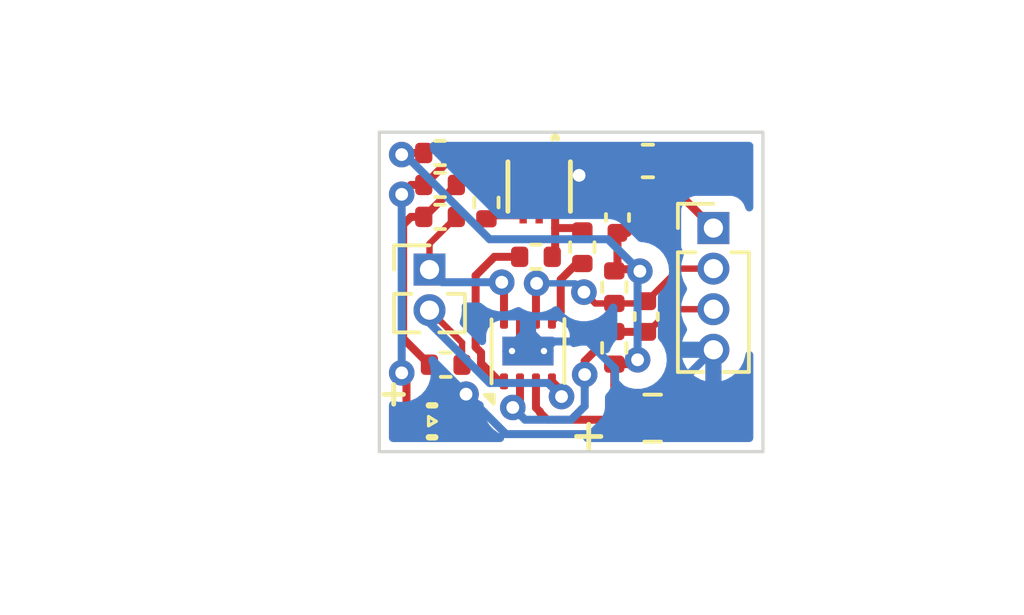
<source format=kicad_pcb>
(kicad_pcb (version 20240108) (generator "pcbnew") (generator_version "8.0")
  (title_block (comment 4 "AISLER Project ID: PYEEFINI"))
  (layers (0 "F.Cu" signal) (31 "B.Cu" signal) (34 "B.Paste" user) (35 "F.Paste" user) (36 "B.SilkS" user "B.Silkscreen") (37 "F.SilkS" user "F.Silkscreen") (38 "B.Mask" user) (39 "F.Mask" user) (44 "Edge.Cuts" user))
  (net 0 "")
  (net 1 "GND")
  (net 2 "VC")
  (net 3 "+3V3")
  (net 4 "/B-")
  (net 5 "/B+")
  (net 6 "/A+")
  (net 7 "/A-")
  (net 8 "Net-(Q1-Pad1)")
  (net 9 "Net-(Q1-Pad5)")
  (net 10 "/G")
  (net 11 "/S")
  (net 12 "Net-(Q2-Pad4)")
  (net 13 "Net-(D1-Pad2)")
  (net 14 "Vcc")
  (footprint "Connector_PinHeader_1.27mm:PinHeader_1x02_P1.27mm_Vertical" (layer "F.Cu") (at 109.22 75)
    (property "Reference" "J1")
    (property "Value" "Conn_01x02" (hide yes))
    (fp_line (start -1.11 -0.76) (end 0 -0.76) (stroke (width 0.12)) (layer "F.SilkS"))
    (fp_line (start -1.11 0) (end -1.11 -0.76) (stroke (width 0.12)) (layer "F.SilkS"))
    (fp_line (start -1.11 0.76) (end -1.11 1.965) (stroke (width 0.12)) (layer "F.SilkS"))
    (fp_line (start -1.11 0.76) (end -0.563471 0.76) (stroke (width 0.12)) (layer "F.SilkS"))
    (fp_line (start -1.11 1.965) (end -0.30753 1.965) (stroke (width 0.12)) (layer "F.SilkS"))
    (fp_line (start 0.30753 1.965) (end 1.11 1.965) (stroke (width 0.12)) (layer "F.SilkS"))
    (fp_line (start 0.563471 0.76) (end 1.11 0.76) (stroke (width 0.12)) (layer "F.SilkS"))
    (fp_line (start 1.11 0.76) (end 1.11 1.965) (stroke (width 0.12)) (layer "F.SilkS"))
    (pad "1" thru_hole rect (at 0 0) (size 1 1) (drill 0.6) (layers "*.Cu" "*.Mask") (net 7 "/A-"))
    (pad "2" thru_hole oval (at 0 1.27) (size 1 1) (drill 0.6) (layers "*.Cu" "*.Mask") (net 6 "/A+"))
  )
  (footprint "Connector_PinHeader_1.27mm:PinHeader_1x04_P1.27mm_Vertical" (layer "F.Cu") (at 118.1 73.7)
    (property "Reference" "J2" (hide yes))
    (property "Value" "Conn_01x04" (hide yes))
    (fp_line (start -1.11 -0.76) (end 0 -0.76) (stroke (width 0.12)) (layer "F.SilkS"))
    (fp_line (start -1.11 0) (end -1.11 -0.76) (stroke (width 0.12)) (layer "F.SilkS"))
    (fp_line (start -1.11 0.76) (end -1.11 4.505) (stroke (width 0.12)) (layer "F.SilkS"))
    (fp_line (start -1.11 0.76) (end -0.563471 0.76) (stroke (width 0.12)) (layer "F.SilkS"))
    (fp_line (start -1.11 4.505) (end -0.30753 4.505) (stroke (width 0.12)) (layer "F.SilkS"))
    (fp_line (start 0.30753 4.505) (end 1.11 4.505) (stroke (width 0.12)) (layer "F.SilkS"))
    (fp_line (start 0.563471 0.76) (end 1.11 0.76) (stroke (width 0.12)) (layer "F.SilkS"))
    (fp_line (start 1.11 0.76) (end 1.11 4.505) (stroke (width 0.12)) (layer "F.SilkS"))
    (pad "1" thru_hole rect (at 0 0) (size 1 1) (drill 0.6) (layers "*.Cu" "*.Mask") (net 3 "+3V3"))
    (pad "2" thru_hole oval (at 0 1.27) (size 1 1) (drill 0.6) (layers "*.Cu" "*.Mask") (net 5 "/B+"))
    (pad "3" thru_hole oval (at 0 2.54) (size 1 1) (drill 0.6) (layers "*.Cu" "*.Mask") (net 4 "/B-"))
    (pad "4" thru_hole oval (at 0 3.81) (size 1 1) (drill 0.6) (layers "*.Cu" "*.Mask") (net 1 "GND"))
  )
  (footprint "Inductor_SMD:L_0603_1608Metric" (layer "F.Cu") (at 116.05 71.6)
    (property "Reference" "L1" (hide yes))
    (property "Value" "600 Ohm" (hide yes))
    (fp_line (start -0.162779 -0.51) (end 0.162779 -0.51) (stroke (width 0.12)) (layer "F.SilkS"))
    (fp_line (start -0.162779 0.51) (end 0.162779 0.51) (stroke (width 0.12)) (layer "F.SilkS"))
    (pad "1" smd roundrect (at -0.7875 0) (size 0.875 0.95) (layers "F.Cu" "F.Paste" "F.Mask") (net 2 "VC"))
    (pad "2" smd roundrect (at 0.7875 0) (size 0.875 0.95) (layers "F.Cu" "F.Paste" "F.Mask") (net 14 "Vcc"))
  )
  (footprint "Resistor_SMD:R_0402_1005Metric" (layer "F.Cu") (at 109.55 71.35)
    (property "Reference" "R8" (hide yes))
    (property "Value" "10k")
    (fp_line (start -0.153641 -0.38) (end 0.153641 -0.38) (stroke (width 0.12)) (layer "F.SilkS"))
    (fp_line (start -0.153641 0.38) (end 0.153641 0.38) (stroke (width 0.12)) (layer "F.SilkS"))
    (pad "1" smd roundrect (at -0.51 0) (size 0.54 0.64) (layers "F.Cu" "F.Paste" "F.Mask") (net 2 "VC"))
    (pad "2" smd roundrect (at 0.51 0) (size 0.54 0.64) (layers "F.Cu" "F.Paste" "F.Mask") (net 13 "Net-(D1-Pad2)"))
  )
  (footprint "Resistor_SMD:R_0402_1005Metric" (layer "F.Cu") (at 109.55 73.35 180)
    (property "Reference" "R3" (hide yes))
    (property "Value" "10M")
    (fp_line (start -0.153641 0.38) (end 0.153641 0.38) (stroke (width 0.12)) (layer "F.SilkS"))
    (fp_line (start -0.153641 -0.38) (end 0.153641 -0.38) (stroke (width 0.12)) (layer "F.SilkS"))
    (pad "1" smd roundrect (at -0.51 0 180) (size 0.54 0.64) (layers "F.Cu" "F.Paste" "F.Mask") (net 7 "/A-"))
    (pad "2" smd roundrect (at 0.51 0 180) (size 0.54 0.64) (layers "F.Cu" "F.Paste" "F.Mask") (net 10 "/G"))
  )
  (footprint "Resistor_SMD:R_0402_1005Metric" (layer "F.Cu") (at 109.55 72.35)
    (property "Reference" "R9" (hide yes))
    (property "Value" "3.9k")
    (fp_line (start -0.153641 -0.38) (end 0.153641 -0.38) (stroke (width 0.12)) (layer "F.SilkS"))
    (fp_line (start -0.153641 0.38) (end 0.153641 0.38) (stroke (width 0.12)) (layer "F.SilkS"))
    (pad "1" smd roundrect (at -0.51 0) (size 0.54 0.64) (layers "F.Cu" "F.Paste" "F.Mask") (net 13 "Net-(D1-Pad2)"))
    (pad "2" smd roundrect (at 0.51 0) (size 0.54 0.64) (layers "F.Cu" "F.Paste" "F.Mask") (net 10 "/G"))
  )
  (footprint "Package_SON:WSON-8-1EP_2x2mm_P0.5mm_EP0.9x1.6mm_ThermalVias" (layer "F.Cu") (at 112.3 77.55 90)
    (property "Reference" "Q1" (hide yes))
    (property "Value" "JFE2140DSGR")
    (fp_line (start -1.01 -1.14) (end 0.99 -1.14) (stroke (width 0.12)) (layer "F.SilkS"))
    (fp_line (start -1 1.14) (end 1 1.14) (stroke (width 0.12)) (layer "F.SilkS"))
    (fp_poly (pts (xy -1.37 -1.07) (xy -1.65 -1.07) (xy -1.37 -1.35) (xy -1.37 -1.07)) (stroke (width 0.12)) (fill solid) (layer "F.SilkS"))
    (pad "1" smd roundrect (at -0.95 -0.75 90) (size 0.5 0.25) (layers "F.Cu" "F.Paste" "F.Mask") (net 8 "Net-(Q1-Pad1)"))
    (pad "2" smd roundrect (at -0.95 -0.25 90) (size 0.5 0.25) (layers "F.Cu" "F.Paste" "F.Mask") (net 4 "/B-"))
    (pad "3" smd roundrect (at -0.95 0.25 90) (size 0.5 0.25) (layers "F.Cu" "F.Paste" "F.Mask") (net 2 "VC"))
    (pad "4" smd roundrect (at -0.95 0.75 90) (size 0.5 0.25) (layers "F.Cu" "F.Paste" "F.Mask") (net 6 "/A+"))
    (pad "5" smd roundrect (at 0.95 0.75 90) (size 0.5 0.25) (layers "F.Cu" "F.Paste" "F.Mask") (net 9 "Net-(Q1-Pad5)"))
    (pad "6" smd roundrect (at 0.95 0.25 90) (size 0.5 0.25) (layers "F.Cu" "F.Paste" "F.Mask") (net 5 "/B+"))
    (pad "7" smd roundrect (at 0.95 -0.25 90) (size 0.5 0.25) (layers "F.Cu" "F.Paste" "F.Mask") (net 1 "GND"))
    (pad "8" smd roundrect (at 0.95 -0.75 90) (size 0.5 0.25) (layers "F.Cu" "F.Paste" "F.Mask") (net 7 "/A-"))
    (pad "9" thru_hole circle (at 0 -0.5 90) (size 0.6 0.6) (drill 0.2) (layers "*.Cu") (net 1 "GND"))
    (pad "9" smd rect (at 0 0 90) (size 0.9 1.6) (layers "F.Cu" "F.Mask") (net 1 "GND"))
    (pad "9" smd rect (at 0 0 90) (size 0.9 1.6) (layers "B.Cu") (net 1 "GND"))
    (pad "9" thru_hole circle (at 0 0.5 90) (size 0.6 0.6) (drill 0.2) (layers "*.Cu") (net 1 "GND"))
  )
  (footprint "Resistor_SMD:R_0402_1005Metric" (layer "F.Cu") (at 111 72.9 90)
    (property "Reference" "R7" (hide yes))
    (property "Value" "360")
    (fp_line (start -0.153641 -0.38) (end 0.153641 -0.38) (stroke (width 0.12)) (layer "F.SilkS"))
    (fp_line (start -0.153641 0.38) (end 0.153641 0.38) (stroke (width 0.12)) (layer "F.SilkS"))
    (pad "1" smd roundrect (at -0.51 0 90) (size 0.54 0.64) (layers "F.Cu" "F.Paste" "F.Mask") (net 12 "Net-(Q2-Pad4)"))
    (pad "2" smd roundrect (at 0.51 0 90) (size 0.54 0.64) (layers "F.Cu" "F.Paste" "F.Mask") (net 1 "GND"))
  )
  (footprint "Resistor_SMD:R_0402_1005Metric" (layer "F.Cu") (at 115 75.55 -90)
    (property "Reference" "R4" (hide yes))
    (property "Value" "1k")
    (fp_line (start -0.153641 0.38) (end 0.153641 0.38) (stroke (width 0.12)) (layer "F.SilkS"))
    (fp_line (start -0.153641 -0.38) (end 0.153641 -0.38) (stroke (width 0.12)) (layer "F.SilkS"))
    (pad "1" smd roundrect (at -0.51 0 270) (size 0.54 0.64) (layers "F.Cu" "F.Paste" "F.Mask") (net 2 "VC"))
    (pad "2" smd roundrect (at 0.51 0 270) (size 0.54 0.64) (layers "F.Cu" "F.Paste" "F.Mask") (net 5 "/B+"))
  )
  (footprint "Resistor_SMD:R_0402_1005Metric" (layer "F.Cu") (at 115 77.45 -90)
    (property "Reference" "R2" (hide yes))
    (property "Value" "1k")
    (fp_line (start -0.153641 0.38) (end 0.153641 0.38) (stroke (width 0.12)) (layer "F.SilkS"))
    (fp_line (start -0.153641 -0.38) (end 0.153641 -0.38) (stroke (width 0.12)) (layer "F.SilkS"))
    (pad "1" smd roundrect (at -0.51 0 270) (size 0.54 0.64) (layers "F.Cu" "F.Paste" "F.Mask") (net 4 "/B-"))
    (pad "2" smd roundrect (at 0.51 0 270) (size 0.54 0.64) (layers "F.Cu" "F.Paste" "F.Mask") (net 2 "VC"))
  )
  (footprint "Resistor_SMD:R_0402_1005Metric" (layer "F.Cu") (at 114 74.3 90)
    (property "Reference" "R6" (hide yes))
    (property "Value" "49.9")
    (fp_line (start -0.153641 -0.38) (end 0.153641 -0.38) (stroke (width 0.12)) (layer "F.SilkS"))
    (fp_line (start -0.153641 0.38) (end 0.153641 0.38) (stroke (width 0.12)) (layer "F.SilkS"))
    (pad "1" smd roundrect (at -0.51 0 90) (size 0.54 0.64) (layers "F.Cu" "F.Paste" "F.Mask") (net 9 "Net-(Q1-Pad5)"))
    (pad "2" smd roundrect (at 0.51 0 90) (size 0.54 0.64) (layers "F.Cu" "F.Paste" "F.Mask") (net 11 "/S"))
  )
  (footprint "Resistor_SMD:R_0402_1005Metric" (layer "F.Cu") (at 112.55 74.6)
    (property "Reference" "R5" (hide yes))
    (property "Value" "49.9")
    (fp_line (start -0.153641 -0.38) (end 0.153641 -0.38) (stroke (width 0.12)) (layer "F.SilkS"))
    (fp_line (start -0.153641 0.38) (end 0.153641 0.38) (stroke (width 0.12)) (layer "F.SilkS"))
    (pad "1" smd roundrect (at -0.51 0) (size 0.54 0.64) (layers "F.Cu" "F.Paste" "F.Mask") (net 8 "Net-(Q1-Pad1)"))
    (pad "2" smd roundrect (at 0.51 0) (size 0.54 0.64) (layers "F.Cu" "F.Paste" "F.Mask") (net 11 "/S"))
  )
  (footprint "Resistor_SMD:R_0402_1005Metric" (layer "F.Cu") (at 109.728 77.978 180)
    (property "Reference" "R1" (hide yes))
    (property "Value" "10M")
    (fp_line (start -0.153641 0.38) (end 0.153641 0.38) (stroke (width 0.12)) (layer "F.SilkS"))
    (fp_line (start -0.153641 -0.38) (end 0.153641 -0.38) (stroke (width 0.12)) (layer "F.SilkS"))
    (pad "1" smd roundrect (at -0.51 0 180) (size 0.54 0.64) (layers "F.Cu" "F.Paste" "F.Mask") (net 6 "/A+"))
    (pad "2" smd roundrect (at 0.51 0 180) (size 0.54 0.64) (layers "F.Cu" "F.Paste" "F.Mask") (net 10 "/G"))
  )
  (footprint "myLibrary:WL-SMCW_0603" (layer "F.Cu") (at 109.3 79.75 180)
    (property "Reference" "D1" (hide yes))
    (property "Value" "LED 150060VS75000")
    (fp_line (start 0.11 0.15) (end -0.13 0) (stroke (width 0.1)) (layer "F.SilkS"))
    (fp_line (start 0.11 -0.14) (end 0.11 0.15) (stroke (width 0.1)) (layer "F.SilkS"))
    (fp_line (start 0.1 0.5) (end -0.1 0.5) (stroke (width 0.2)) (layer "F.SilkS"))
    (fp_line (start -0.1 -0.5) (end 0.1 -0.5) (stroke (width 0.2)) (layer "F.SilkS"))
    (fp_line (start -0.13 0) (end 0.11 -0.14) (stroke (width 0.1)) (layer "F.SilkS"))
    (fp_text user "+" (at 1.2 0.9 0) (layer "F.SilkS") (effects (font (size 0.8 0.8))))
    (pad "1" smd rect (at -0.8 0 180) (size 0.8 0.8) (layers "F.Cu" "F.Paste" "F.Mask") (net 1 "GND"))
    (pad "2" smd rect (at 0.8 0 180) (size 0.8 0.8) (layers "F.Cu" "F.Paste" "F.Mask") (net 13 "Net-(D1-Pad2)"))
  )
  (footprint "Capacitor_SMD:C_0402_1005Metric" (layer "F.Cu") (at 115.1 73.37 90)
    (property "Reference" "C1" (hide yes))
    (property "Value" "0.1u")
    (fp_line (start -0.107836 -0.36) (end 0.107836 -0.36) (stroke (width 0.12)) (layer "F.SilkS"))
    (fp_line (start -0.107836 0.36) (end 0.107836 0.36) (stroke (width 0.12)) (layer "F.SilkS"))
    (pad "1" smd roundrect (at -0.48 0 90) (size 0.56 0.62) (layers "F.Cu" "F.Paste" "F.Mask") (net 2 "VC"))
    (pad "2" smd roundrect (at 0.48 0 90) (size 0.56 0.62) (layers "F.Cu" "F.Paste" "F.Mask") (net 1 "GND"))
  )
  (footprint "myLibrary:SOT666_NEX" (layer "F.Cu") (at 112.650001 72.4 -90)
    (property "Reference" "Q2" (hide yes))
    (property "Value" "PMP4501V_115")
    (fp_line (start -0.7747 0.9779) (end 0.7747 0.9779) (stroke (width 0.1524)) (layer "F.SilkS"))
    (fp_line (start 0.7747 -0.9779) (end -0.7747 -0.9779) (stroke (width 0.1524)) (layer "F.SilkS"))
    (fp_arc (start -1.48844 -0.426171) (mid -1.5835 -0.5) (end -1.48844 -0.573829) (stroke (width 0.1524)) (layer "F.SilkS"))
    (pad "1" smd rect (at -0.8509 -0.499999 270) (size 0.6096 0.2286) (layers "F.Cu" "F.Paste" "F.Mask") (net 10 "/G"))
    (pad "2" smd rect (at -0.8509 0 270) (size 0.6096 0.2286) (layers "F.Cu" "F.Paste" "F.Mask") (net 10 "/G"))
    (pad "3" smd rect (at -0.8509 0.499999 270) (size 0.6096 0.2286) (layers "F.Cu" "F.Paste" "F.Mask") (net 10 "/G"))
    (pad "4" smd rect (at 0.8509 0.499999 270) (size 0.6096 0.2286) (layers "F.Cu" "F.Paste" "F.Mask") (net 12 "Net-(Q2-Pad4)"))
    (pad "5" smd rect (at 0.8509 0 270) (size 0.6096 0.2286) (layers "F.Cu" "F.Paste" "F.Mask") (net 1 "GND"))
    (pad "6" smd rect (at 0.8509 -0.499999 270) (size 0.6096 0.2286) (layers "F.Cu" "F.Paste" "F.Mask") (net 11 "/S"))
  )
  (footprint "Capacitor_SMD:C_0805_2012Metric" (layer "F.Cu") (at 116.2 79.65)
    (property "Reference" "C2" (hide yes))
    (property "Value" "47u")
    (fp_line (start -0.261252 -0.735) (end 0.261252 -0.735) (stroke (width 0.12)) (layer "F.SilkS"))
    (fp_line (start -0.261252 0.735) (end 0.261252 0.735) (stroke (width 0.12)) (layer "F.SilkS"))
    (pad "1" smd roundrect (at -0.95 0) (size 1 1.45) (layers "F.Cu" "F.Paste" "F.Mask") (net 2 "VC"))
    (pad "2" smd roundrect (at 0.95 0) (size 1 1.45) (layers "F.Cu" "F.Paste" "F.Mask") (net 1 "GND"))
  )
  (footprint "Capacitor_SMD:C_0402_1005Metric" (layer "F.Cu") (at 116 76.47 90)
    (property "Reference" "C3" (hide yes))
    (property "Value" "150p")
    (fp_line (start -0.107836 -0.36) (end 0.107836 -0.36) (stroke (width 0.12)) (layer "F.SilkS"))
    (fp_line (start -0.107836 0.36) (end 0.107836 0.36) (stroke (width 0.12)) (layer "F.SilkS"))
    (pad "1" smd roundrect (at -0.48 0 90) (size 0.56 0.62) (layers "F.Cu" "F.Paste" "F.Mask") (net 4 "/B-"))
    (pad "2" smd roundrect (at 0.48 0 90) (size 0.56 0.62) (layers "F.Cu" "F.Paste" "F.Mask") (net 5 "/B+"))
  )
  (gr_line (start 107.65 70.7) (end 107.65 80.7) (stroke (width 0.1)) (layer "Edge.Cuts"))
  (gr_line (start 107.65 80.7) (end 119.65 80.7) (stroke (width 0.1)) (layer "Edge.Cuts"))
  (gr_line (start 119.65 70.7) (end 107.65 70.7) (stroke (width 0.1)) (layer "Edge.Cuts"))
  (gr_line (start 119.65 80.7) (end 119.65 70.7) (stroke (width 0.1)) (layer "Edge.Cuts"))
  (gr_text "+" (at 114.2 80.15 0) (layer "F.SilkS") (effects (font (size 1 1))))
  (segment (start 112.65 72.28) (end 113.67 72.28) (width 0.25) (layer "F.Cu") (net 1))
  (segment (start 114.74 72.89) (end 113.9 72.05) (width 0.25) (layer "F.Cu") (net 1))
  (segment (start 110.363 78.9) (end 110.1 79.163) (width 0.25) (layer "F.Cu") (net 1))
  (segment (start 115.1 72.89) (end 114.74 72.89) (width 0.25) (layer "F.Cu") (net 1))
  (segment (start 111 72.39) (end 111.11 72.28) (width 0.25) (layer "F.Cu") (net 1))
  (segment (start 112.05 76.6) (end 112.05 77.3) (width 0.25) (layer "F.Cu") (net 1))
  (segment (start 112.650001 73.2509) (end 112.650001 72.280001) (width 0.25) (layer "F.Cu") (net 1))
  (segment (start 117.15 79.6) (end 118.1 78.65) (width 0.25) (layer "F.Cu") (net 1))
  (segment (start 118.1 78.65) (end 118.1 77.51) (width 0.25) (layer "F.Cu") (net 1))
  (segment (start 113.67 72.28) (end 113.9 72.05) (width 0.25) (layer "F.Cu") (net 1))
  (segment (start 117.15 79.65) (end 117.15 79.6) (width 0.25) (layer "F.Cu") (net 1))
  (segment (start 112.650001 72.280001) (end 112.65 72.28) (width 0.25) (layer "F.Cu") (net 1))
  (segment (start 112.05 77.3) (end 112.3 77.55) (width 0.25) (layer "F.Cu") (net 1))
  (segment (start 111.11 72.28) (end 112.65 72.28) (width 0.25) (layer "F.Cu") (net 1))
  (segment (start 110.1 79.163) (end 110.1 79.7905) (width 0.25) (layer "F.Cu") (net 1))
  (via (at 110.363 78.9) (size 0.8) (drill 0.4) (layers "F.Cu" "B.Cu") (net 1))
  (via (at 113.9 72.05) (size 0.8) (drill 0.4) (layers "F.Cu" "B.Cu") (net 1))
  (segment (start 114.175 77.25) (end 115.025 78.1) (width 0.25) (layer "B.Cu") (net 1))
  (segment (start 115.025 78.1) (end 115.025 78.525) (width 0.25) (layer "B.Cu") (net 1))
  (segment (start 115.46 80.15) (end 116.055 79.555) (width 0.25) (layer "B.Cu") (net 1))
  (segment (start 116.055 79.555) (end 118.1 77.51) (width 0.25) (layer "B.Cu") (net 1))
  (segment (start 110.363 78.9) (end 111.613 80.15) (width 0.25) (layer "B.Cu") (net 1))
  (segment (start 112.8 77.55) (end 113.1 77.25) (width 0.25) (layer "B.Cu") (net 1))
  (segment (start 111.613 80.15) (end 115.46 80.15) (width 0.25) (layer "B.Cu") (net 1))
  (segment (start 115.025 78.525) (end 116.055 79.555) (width 0.25) (layer "B.Cu") (net 1))
  (segment (start 113.1 77.25) (end 114.175 77.25) (width 0.25) (layer "B.Cu") (net 1))
  (segment (start 112.675 79.475) (end 112.9 79.7) (width 0.25) (layer "F.Cu") (net 2))
  (segment (start 115.2 79.7) (end 115.25 79.65) (width 0.25) (layer "F.Cu") (net 2))
  (segment (start 115.591824 77.96) (end 115 77.96) (width 0.25) (layer "F.Cu") (net 2))
  (segment (start 115.1 73.85) (end 115.409999 73.85) (width 0.25) (layer "F.Cu") (net 2))
  (segment (start 108.4 71.35) (end 109.04 71.35) (width 0.25) (layer "F.Cu") (net 2))
  (segment (start 108.35 71.4) (end 108.4 71.35) (width 0.25) (layer "F.Cu") (net 2))
  (segment (start 115.409999 73.85) (end 115.735 73.524999) (width 0.25) (layer "F.Cu") (net 2))
  (segment (start 115.74 74.99) (end 115.05 74.99) (width 0.25) (layer "F.Cu") (net 2))
  (segment (start 112.675 79.449695) (end 112.675 79.475) (width 0.25) (layer "F.Cu") (net 2))
  (segment (start 115.1 73.85) (end 115.1 74.94) (width 0.25) (layer "F.Cu") (net 2))
  (segment (start 112.55 79.324695) (end 112.675 79.449695) (width 0.25) (layer "F.Cu") (net 2))
  (segment (start 115 77.96) (end 115 79.4) (width 0.25) (layer "F.Cu") (net 2))
  (segment (start 115.8 75.05) (end 115.74 74.99) (width 0.25) (layer "F.Cu") (net 2))
  (segment (start 115.05 74.99) (end 115 75.04) (width 0.25) (layer "F.Cu") (net 2))
  (segment (start 115 79.4) (end 115.25 79.65) (width 0.25) (layer "F.Cu") (net 2))
  (segment (start 115.735 73.524999) (end 115.735 72.0725) (width 0.25) (layer "F.Cu") (net 2))
  (segment (start 112.9 79.7) (end 115.2 79.7) (width 0.25) (layer "F.Cu") (net 2))
  (segment (start 112.55 78.5) (end 112.55 79.324695) (width 0.25) (layer "F.Cu") (net 2))
  (segment (start 115.728299 77.823525) (end 115.591824 77.96) (width 0.25) (layer "F.Cu") (net 2))
  (segment (start 115.1 74.94) (end 115 75.04) (width 0.25) (layer "F.Cu") (net 2))
  (segment (start 115.735 72.0725) (end 115.2625 71.6) (width 0.25) (layer "F.Cu") (net 2))
  (via (at 115.8 75.05) (size 0.8) (drill 0.4) (layers "F.Cu" "B.Cu") (net 2))
  (via (at 115.728299 77.823525) (size 0.8) (drill 0.4) (layers "F.Cu" "B.Cu") (net 2))
  (via (at 108.35 71.4) (size 0.8) (drill 0.4) (layers "F.Cu" "B.Cu") (net 2))
  (segment (start 115.728299 75.121701) (end 115.8 75.05) (width 0.25) (layer "B.Cu") (net 2))
  (segment (start 115.728299 77.823525) (end 115.728299 75.121701) (width 0.25) (layer "B.Cu") (net 2))
  (segment (start 114.8 74.05) (end 111.1 74.05) (width 0.25) (layer "B.Cu") (net 2))
  (segment (start 115.8 75.05) (end 114.8 74.05) (width 0.25) (layer "B.Cu") (net 2))
  (segment (start 111.1 74.05) (end 108.45 71.4) (width 0.25) (layer "B.Cu") (net 2))
  (segment (start 108.45 71.4) (end 108.35 71.4) (width 0.25) (layer "B.Cu") (net 2))
  (segment (start 116.8375 72.4375) (end 118.1 73.7) (width 0.25) (layer "F.Cu") (net 3))
  (segment (start 116.8375 71.6) (end 116.8375 72.4375) (width 0.25) (layer "F.Cu") (net 3))
  (segment (start 114.074135 78.285338) (end 114.074135 77.865865) (width 0.25) (layer "F.Cu") (net 4))
  (segment (start 112.05 79.091122) (end 112.05 78.5) (width 0.25) (layer "F.Cu") (net 4))
  (segment (start 114.074135 77.865865) (end 115 76.94) (width 0.25) (layer "F.Cu") (net 4))
  (segment (start 116 76.95) (end 116.05 76.95) (width 0.2) (layer "F.Cu") (net 4))
  (segment (start 115.01 76.95) (end 116 76.95) (width 0.25) (layer "F.Cu") (net 4))
  (segment (start 116.05 76.95) (end 116.76 76.24) (width 0.2) (layer "F.Cu") (net 4))
  (segment (start 116.76 76.24) (end 118.1 76.24) (width 0.2) (layer "F.Cu") (net 4))
  (segment (start 115 76.94) (end 115.01 76.95) (width 0.25) (layer "F.Cu") (net 4))
  (segment (start 111.825 79.316122) (end 112.05 79.091122) (width 0.25) (layer "F.Cu") (net 4))
  (via (at 114.074135 78.285338) (size 0.8) (drill 0.4) (layers "F.Cu" "B.Cu") (net 4))
  (via (at 111.825 79.316122) (size 0.8) (drill 0.4) (layers "F.Cu" "B.Cu") (net 4))
  (segment (start 114.075 78.674695) (end 114.075 79.275305) (width 0.25) (layer "B.Cu") (net 4))
  (segment (start 113.650305 79.7) (end 112.208878 79.7) (width 0.25) (layer "B.Cu") (net 4))
  (segment (start 112.208878 79.7) (end 111.825 79.316122) (width 0.25) (layer "B.Cu") (net 4))
  (segment (start 114.074135 78.67383) (end 114.075 78.674695) (width 0.25) (layer "B.Cu") (net 4))
  (segment (start 114.075 79.275305) (end 113.650305 79.7) (width 0.25) (layer "B.Cu") (net 4))
  (segment (start 114.074135 78.285338) (end 114.074135 78.67383) (width 0.25) (layer "B.Cu") (net 4))
  (segment (start 117.03 74.97) (end 118.1 74.97) (width 0.2) (layer "F.Cu") (net 5))
  (segment (start 114.05 75.706067) (end 114.403933 76.06) (width 0.2) (layer "F.Cu") (net 5))
  (segment (start 115.93 76.06) (end 116 75.99) (width 0.2) (layer "F.Cu") (net 5))
  (segment (start 116 75.99) (end 116.01 75.99) (width 0.2) (layer "F.Cu") (net 5))
  (segment (start 116.01 75.99) (end 117.03 74.97) (width 0.2) (layer "F.Cu") (net 5))
  (segment (start 112.570455 75.430698) (end 112.55 75.451153) (width 0.25) (layer "F.Cu") (net 5))
  (segment (start 112.55 75.451153) (end 112.55 76.6) (width 0.25) (layer "F.Cu") (net 5))
  (segment (start 115 76.06) (end 115.93 76.06) (width 0.2) (layer "F.Cu") (net 5))
  (segment (start 114.403933 76.06) (end 115 76.06) (width 0.2) (layer "F.Cu") (net 5))
  (via (at 114.05 75.706067) (size 0.8) (drill 0.4) (layers "F.Cu" "B.Cu") (net 5))
  (via (at 112.570455 75.430698) (size 0.8) (drill 0.4) (layers "F.Cu" "B.Cu") (net 5))
  (segment (start 112.570455 75.430698) (end 113.774631 75.430698) (width 0.2) (layer "B.Cu") (net 5))
  (segment (start 113.774631 75.430698) (end 114.05 75.706067) (width 0.2) (layer "B.Cu") (net 5))
  (segment (start 110.238 77.978) (end 110.238 77.288) (width 0.2) (layer "F.Cu") (net 6))
  (segment (start 109.277 76.327) (end 109.22 76.327) (width 0.2) (layer "F.Cu") (net 6))
  (segment (start 110.238 77.288) (end 109.277 76.327) (width 0.2) (layer "F.Cu") (net 6))
  (segment (start 113.35 78.8) (end 113.05 78.5) (width 0.25) (layer "F.Cu") (net 6))
  (segment (start 113.35 78.975) (end 113.35 78.8) (width 0.25) (layer "F.Cu") (net 6))
  (via (at 113.35 78.975) (size 0.8) (drill 0.4) (layers "F.Cu" "B.Cu") (net 6))
  (segment (start 111.1 78.55) (end 109.22 76.67) (width 0.25) (layer "B.Cu") (net 6))
  (segment (start 112.925 78.55) (end 111.1 78.55) (width 0.25) (layer "B.Cu") (net 6))
  (segment (start 109.22 76.67) (end 109.22 76.27) (width 0.25) (layer "B.Cu") (net 6))
  (segment (start 113.35 78.975) (end 112.925 78.55) (width 0.25) (layer "B.Cu") (net 6))
  (segment (start 110.06 73.35) (end 109.22 74.19) (width 0.2) (layer "F.Cu") (net 7))
  (segment (start 111.55 75.465868) (end 111.55 76.6) (width 0.25) (layer "F.Cu") (net 7))
  (segment (start 111.479719 75.395587) (end 111.55 75.465868) (width 0.25) (layer "F.Cu") (net 7))
  (segment (start 109.22 74.19) (end 109.22 75) (width 0.2) (layer "F.Cu") (net 7))
  (via (at 111.479719 75.395587) (size 0.8) (drill 0.4) (layers "F.Cu" "B.Cu") (net 7))
  (segment (start 109.615587 75.395587) (end 109.22 75) (width 0.25) (layer "B.Cu") (net 7))
  (segment (start 111.479719 75.395587) (end 109.615587 75.395587) (width 0.25) (layer "B.Cu") (net 7))
  (segment (start 110.663 75.187) (end 111.25 74.6) (width 0.25) (layer "F.Cu") (net 8))
  (segment (start 110.833 77.59872) (end 110.663 77.42872) (width 0.25) (layer "F.Cu") (net 8))
  (segment (start 110.833 77.933) (end 110.833 77.59872) (width 0.25) (layer "F.Cu") (net 8))
  (segment (start 110.663 77.42872) (end 110.663 75.187) (width 0.25) (layer "F.Cu") (net 8))
  (segment (start 111.4 78.5) (end 110.833 77.933) (width 0.25) (layer "F.Cu") (net 8))
  (segment (start 111.25 74.6) (end 112.04 74.6) (width 0.25) (layer "F.Cu") (net 8))
  (segment (start 111.55 78.5) (end 111.4 78.5) (width 0.25) (layer "F.Cu") (net 8))
  (segment (start 113.325 76.325) (end 113.325 75.30928) (width 0.25) (layer "F.Cu") (net 9))
  (segment (start 113.82428 74.81) (end 114 74.81) (width 0.25) (layer "F.Cu") (net 9))
  (segment (start 113.325 75.30928) (end 113.82428 74.81) (width 0.25) (layer "F.Cu") (net 9))
  (segment (start 113.05 76.6) (end 113.325 76.325) (width 0.25) (layer "F.Cu") (net 9))
  (segment (start 108.641 73.35) (end 108.395 73.596) (width 0.25) (layer "F.Cu") (net 10))
  (segment (start 108.395 77.155) (end 109.218 77.978) (width 0.25) (layer "F.Cu") (net 10))
  (segment (start 110.06 72.35) (end 110.8609 71.5491) (width 0.25) (layer "F.Cu") (net 10))
  (segment (start 110.06 72.35) (end 109.06 73.35) (width 0.25) (layer "F.Cu") (net 10))
  (segment (start 110.8609 71.5491) (end 113.15 71.5491) (width 0.25) (layer "F.Cu") (net 10))
  (segment (start 109.04 73.35) (end 108.641 73.35) (width 0.25) (layer "F.Cu") (net 10))
  (segment (start 109.06 73.35) (end 109.04 73.35) (width 0.25) (layer "F.Cu") (net 10))
  (segment (start 108.395 73.596) (end 108.395 77.155) (width 0.25) (layer "F.Cu") (net 10))
  (segment (start 113.15 73.7) (end 113.15 74.51) (width 0.25) (layer "F.Cu") (net 11))
  (segment (start 113.15 73.2509) (end 113.15 73.7) (width 0.25) (layer "F.Cu") (net 11))
  (segment (start 113.15 74.51) (end 113.06 74.6) (width 0.25) (layer "F.Cu") (net 11))
  (segment (start 114 73.79) (end 113.91 73.7) (width 0.25) (layer "F.Cu") (net 11))
  (segment (start 113.91 73.7) (end 113.15 73.7) (width 0.25) (layer "F.Cu") (net 11))
  (segment (start 111.11 73.3) (end 111 73.41) (width 0.25) (layer "F.Cu") (net 12))
  (segment (start 112.100902 73.3) (end 111.11 73.3) (width 0.25) (layer "F.Cu") (net 12))
  (segment (start 109.06 72.35) (end 109.04 72.35) (width 0.25) (layer "F.Cu") (net 13))
  (segment (start 108.5 79.75) (end 108.5 78.381627) (width 0.25) (layer "F.Cu") (net 13))
  (segment (start 108.5 78.381627) (end 108.350614 78.232241) (width 0.25) (layer "F.Cu") (net 13))
  (segment (start 108.644 72.35) (end 108.35 72.644) (width 0.25) (layer "F.Cu") (net 13))
  (segment (start 109.04 72.35) (end 108.644 72.35) (width 0.25) (layer "F.Cu") (net 13))
  (segment (start 110.06 71.35) (end 109.06 72.35) (width 0.25) (layer "F.Cu") (net 13))
  (via (at 108.35 72.644) (size 0.8) (drill 0.4) (layers "F.Cu" "B.Cu") (net 13))
  (via (at 108.350614 78.232241) (size 0.8) (drill 0.4) (layers "F.Cu" "B.Cu") (net 13))
  (segment (start 108.35 78.231627) (end 108.350614 78.232241) (width 0.25) (layer "B.Cu") (net 13))
  (segment (start 108.35 72.644) (end 108.35 78.231627) (width 0.25) (layer "B.Cu") (net 13))
  (zone (net 1) (net_name "GND") (layer "B.Cu") (connect_pads (clearance 0.508)) (min_thickness 0.254) (fill yes (thermal_gap 0.508) (thermal_bridge_width 0.508))
    (polygon (pts (xy 127.8255 81.8515) (xy 106.536 81.8515) (xy 106.536 69.215) (xy 127.8255 69.215)))
  )
)
</source>
